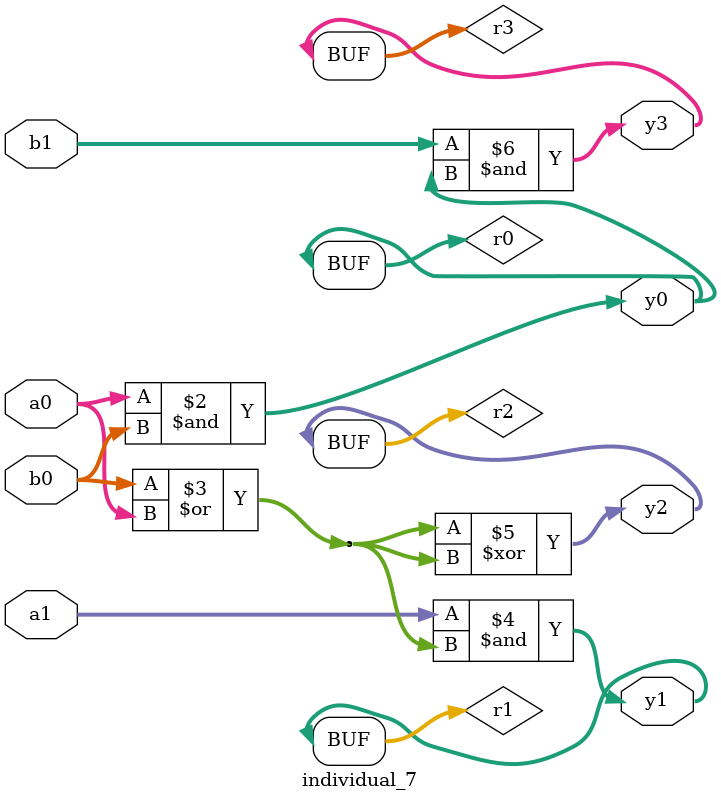
<source format=sv>
module individual_7(input logic [15:0] a1, input logic [15:0] a0, input logic [15:0] b1, input logic [15:0] b0, output logic [15:0] y3, output logic [15:0] y2, output logic [15:0] y1, output logic [15:0] y0);
logic [15:0] r0, r1, r2, r3; 
 always@(*) begin 
	 r0 = a0; r1 = a1; r2 = b0; r3 = b1; 
 	 r0  &=  r2 ;
 	 r2  |=  a0 ;
 	 r1  &=  r2 ;
 	 r2  ^=  r2 ;
 	 r3  &=  r0 ;
 	 y3 = r3; y2 = r2; y1 = r1; y0 = r0; 
end
endmodule
</source>
